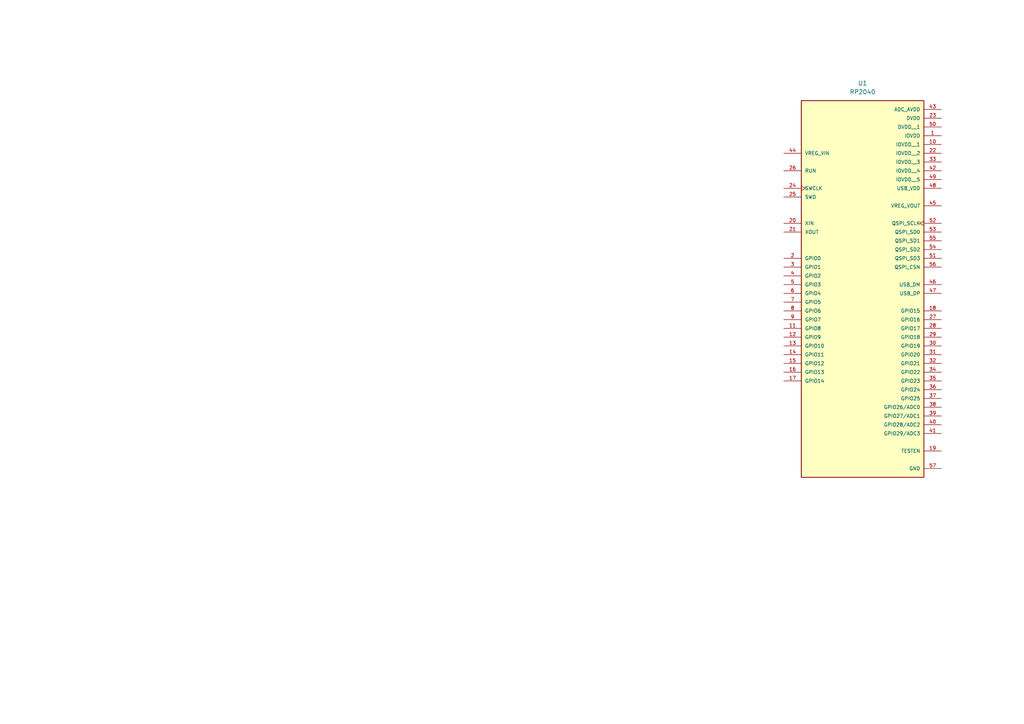
<source format=kicad_sch>
(kicad_sch (version 20211123) (generator eeschema)
  (paper "A4")
  (lib_symbols
    (symbol "RP2040:RP2040" (pin_names (offset 1.016))
      (property "Reference" "U1" (at 0 53.34 0))
      (property "Value" "RP2040" (at 0 50.8 0))
      (symbol "RP2040_0_0"
        (rectangle (start -17.78 -60.96) (end 17.78 48.26) (stroke (width 0.254)) (fill (type background)))
        (pin power_in line (at 22.86 38.1 180) (length 5.08) (name "IOVDD") (number "1"))
        (pin power_in line (at 22.86 35.56 180) (length 5.08) (name "IOVDD__1") (number "10"))
        (pin bidirectional line (at -22.86 -17.78 0) (length 5.08) (name "GPIO8") (number "11"))
        (pin bidirectional line (at -22.86 -20.32 0) (length 5.08) (name "GPIO9") (number "12"))
        (pin bidirectional line (at -22.86 -22.86 0) (length 5.08) (name "GPIO10") (number "13"))
        (pin bidirectional line (at -22.86 -25.4 0) (length 5.08) (name "GPIO11") (number "14"))
        (pin bidirectional line (at -22.86 -27.94 0) (length 5.08) (name "GPIO12") (number "15"))
        (pin bidirectional line (at -22.86 -30.48 0) (length 5.08) (name "GPIO13") (number "16"))
        (pin bidirectional line (at -22.86 -33.02 0) (length 5.08) (name "GPIO14") (number "17"))
        (pin bidirectional line (at 22.86 -12.7 180) (length 5.08) (name "GPIO15") (number "18"))
        (pin passive line (at 22.86 -53.34 180) (length 5.08) (name "TESTEN") (number "19"))
        (pin bidirectional line (at -22.86 2.54 0) (length 5.08) (name "GPIO0") (number "2"))
        (pin input line (at -22.86 12.7 0) (length 5.08) (name "XIN") (number "20"))
        (pin output line (at -22.86 10.16 0) (length 5.08) (name "XOUT") (number "21"))
        (pin power_in line (at 22.86 33.02 180) (length 5.08) (name "IOVDD__2") (number "22"))
        (pin power_in line (at 22.86 43.18 180) (length 5.08) (name "DVDD") (number "23"))
        (pin input clock (at -22.86 22.86 0) (length 5.08) (name "SWCLK") (number "24"))
        (pin bidirectional line (at -22.86 20.32 0) (length 5.08) (name "SWD") (number "25"))
        (pin input line (at -22.86 27.94 0) (length 5.08) (name "RUN") (number "26"))
        (pin bidirectional line (at 22.86 -15.24 180) (length 5.08) (name "GPIO16") (number "27"))
        (pin bidirectional line (at 22.86 -17.78 180) (length 5.08) (name "GPIO17") (number "28"))
        (pin bidirectional line (at 22.86 -20.32 180) (length 5.08) (name "GPIO18") (number "29"))
        (pin bidirectional line (at -22.86 0 0) (length 5.08) (name "GPIO1") (number "3"))
        (pin bidirectional line (at 22.86 -22.86 180) (length 5.08) (name "GPIO19") (number "30"))
        (pin bidirectional line (at 22.86 -25.4 180) (length 5.08) (name "GPIO20") (number "31"))
        (pin bidirectional line (at 22.86 -27.94 180) (length 5.08) (name "GPIO21") (number "32"))
        (pin power_in line (at 22.86 30.48 180) (length 5.08) (name "IOVDD__3") (number "33"))
        (pin bidirectional line (at 22.86 -30.48 180) (length 5.08) (name "GPIO22") (number "34"))
        (pin bidirectional line (at 22.86 -33.02 180) (length 5.08) (name "GPIO23") (number "35"))
        (pin bidirectional line (at 22.86 -35.56 180) (length 5.08) (name "GPIO24") (number "36"))
        (pin bidirectional line (at 22.86 -38.1 180) (length 5.08) (name "GPIO25") (number "37"))
        (pin bidirectional line (at 22.86 -40.64 180) (length 5.08) (name "GPIO26/ADC0") (number "38"))
        (pin bidirectional line (at 22.86 -43.18 180) (length 5.08) (name "GPIO27/ADC1") (number "39"))
        (pin bidirectional line (at -22.86 -2.54 0) (length 5.08) (name "GPIO2") (number "4"))
        (pin bidirectional line (at 22.86 -45.72 180) (length 5.08) (name "GPIO28/ADC2") (number "40"))
        (pin bidirectional line (at 22.86 -48.26 180) (length 5.08) (name "GPIO29/ADC3") (number "41"))
        (pin power_in line (at 22.86 27.94 180) (length 5.08) (name "IOVDD__4") (number "42"))
        (pin power_in line (at 22.86 45.72 180) (length 5.08) (name "ADC_AVDD") (number "43"))
        (pin input line (at -22.86 33.02 0) (length 5.08) (name "VREG_VIN") (number "44"))
        (pin output line (at 22.86 17.78 180) (length 5.08) (name "VREG_VOUT") (number "45"))
        (pin bidirectional line (at 22.86 -5.08 180) (length 5.08) (name "USB_DM") (number "46"))
        (pin bidirectional line (at 22.86 -7.62 180) (length 5.08) (name "USB_DP") (number "47"))
        (pin power_in line (at 22.86 22.86 180) (length 5.08) (name "USB_VDD") (number "48"))
        (pin power_in line (at 22.86 25.4 180) (length 5.08) (name "IOVDD__5") (number "49"))
        (pin bidirectional line (at -22.86 -5.08 0) (length 5.08) (name "GPIO3") (number "5"))
        (pin power_in line (at 22.86 40.64 180) (length 5.08) (name "DVDD__1") (number "50"))
        (pin bidirectional line (at 22.86 2.54 180) (length 5.08) (name "QSPI_SD3") (number "51"))
        (pin bidirectional clock (at 22.86 12.7 180) (length 5.08) (name "QSPI_SCLK") (number "52"))
        (pin bidirectional line (at 22.86 10.16 180) (length 5.08) (name "QSPI_SD0") (number "53"))
        (pin bidirectional line (at 22.86 5.08 180) (length 5.08) (name "QSPI_SD2") (number "54"))
        (pin bidirectional line (at 22.86 7.62 180) (length 5.08) (name "QSPI_SD1") (number "55"))
        (pin bidirectional line (at 22.86 0 180) (length 5.08) (name "QSPI_CSN") (number "56"))
        (pin power_in line (at 22.86 -58.42 180) (length 5.08) (name "GND") (number "57"))
        (pin bidirectional line (at -22.86 -7.62 0) (length 5.08) (name "GPIO4") (number "6"))
        (pin bidirectional line (at -22.86 -10.16 0) (length 5.08) (name "GPIO5") (number "7"))
        (pin bidirectional line (at -22.86 -12.7 0) (length 5.08) (name "GPIO6") (number "8"))
        (pin bidirectional line (at -22.86 -15.24 0) (length 5.08) (name "GPIO7") (number "9"))
      )
    )
  )
  (symbol (lib_id "RP2040:RP2040") (at 250.19 77.47 0) (unit 1)
    (property "Reference" "U1" (at 250.19 24.13 0))
    (property "Value" "RP2040" (at 250.19 26.67 0))
    (property "Footprint" "RP2040:RP2040" (effects hide))
    (property "STANDARD" "IPC 7351B" (effects hide))
    (property "MANUFACTURER" "Raspberry Pi" (effects hide))
    (property "MAXIMUM_PACKAGE_HEIGHT" "0.9 mm" (effects hide))
    (property "PARTREV" "1.6.1" (effects hide))
  )
)
</source>
